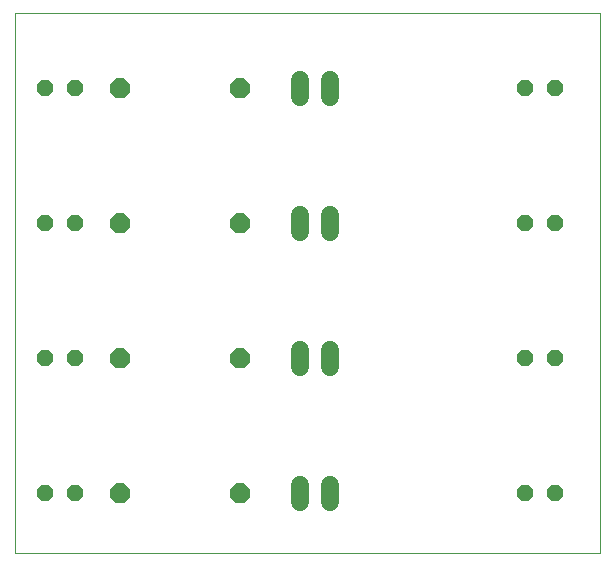
<source format=gtl>
G75*
G70*
%OFA0B0*%
%FSLAX24Y24*%
%IPPOS*%
%LPD*%
%AMOC8*
5,1,8,0,0,1.08239X$1,22.5*
%
%ADD10C,0.0000*%
%ADD11OC8,0.0520*%
%ADD12C,0.0594*%
%ADD13OC8,0.0660*%
D10*
X001309Y000100D02*
X020809Y000100D01*
X020809Y018100D01*
X001309Y018100D01*
X001309Y000100D01*
D11*
X002309Y002100D03*
X003309Y002100D03*
X003309Y006600D03*
X002309Y006600D03*
X002309Y011100D03*
X003309Y011100D03*
X003309Y015600D03*
X002309Y015600D03*
X018309Y015600D03*
X019309Y015600D03*
X019309Y011100D03*
X018309Y011100D03*
X018309Y006600D03*
X019309Y006600D03*
X019309Y002100D03*
X018309Y002100D03*
D12*
X011809Y001803D02*
X011809Y002397D01*
X010809Y002397D02*
X010809Y001803D01*
X010809Y006303D02*
X010809Y006897D01*
X011809Y006897D02*
X011809Y006303D01*
X011809Y010803D02*
X011809Y011397D01*
X010809Y011397D02*
X010809Y010803D01*
X010809Y015303D02*
X010809Y015897D01*
X011809Y015897D02*
X011809Y015303D01*
D13*
X008809Y015600D03*
X004809Y015600D03*
X004809Y011100D03*
X008809Y011100D03*
X008809Y006600D03*
X004809Y006600D03*
X004809Y002100D03*
X008809Y002100D03*
M02*

</source>
